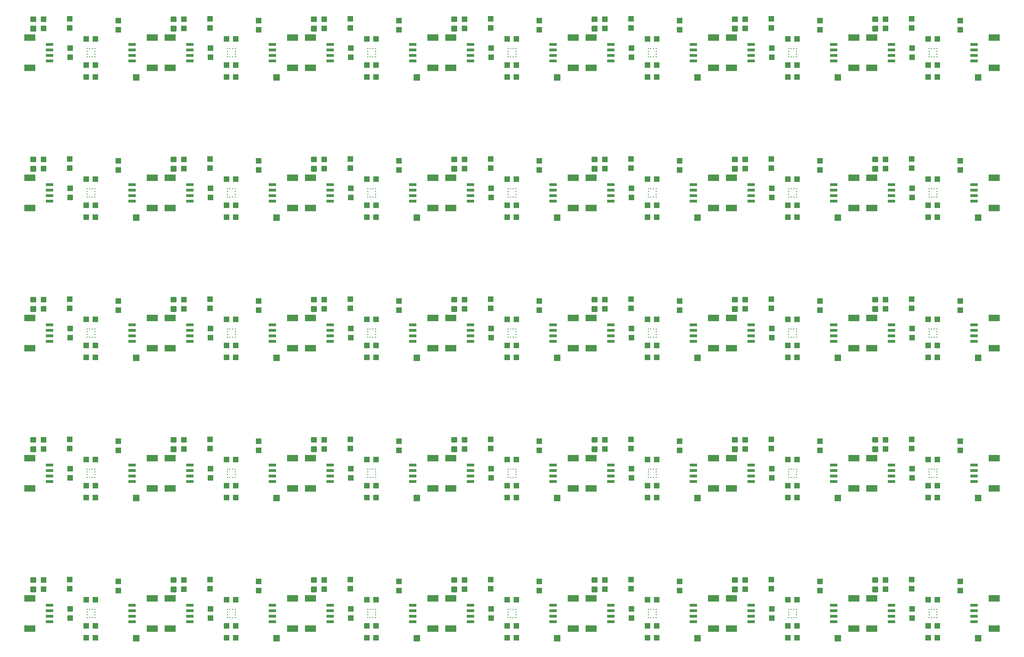
<source format=gtp>
G04 EAGLE Gerber RS-274X export*
G75*
%MOMM*%
%FSLAX34Y34*%
%LPD*%
%INSolderpaste Top*%
%IPPOS*%
%AMOC8*
5,1,8,0,0,1.08239X$1,22.5*%
G01*
%ADD10R,1.270000X1.206500*%
%ADD11R,2.000000X1.200000*%
%ADD12R,1.350000X0.600000*%
%ADD13R,1.100000X1.000000*%
%ADD14R,1.000000X1.100000*%
%ADD15C,0.300000*%
%ADD16R,0.275000X0.250000*%
%ADD17R,0.250000X0.275000*%


D10*
X210185Y81598D03*
X469265Y81598D03*
X728345Y81598D03*
X987425Y81598D03*
X1246505Y81598D03*
X1505585Y81598D03*
X1764665Y81598D03*
X210185Y340678D03*
X469265Y340678D03*
X728345Y340678D03*
X987425Y340678D03*
X1246505Y340678D03*
X1505585Y340678D03*
X1764665Y340678D03*
X210185Y599758D03*
X469265Y599758D03*
X728345Y599758D03*
X987425Y599758D03*
X1246505Y599758D03*
X1505585Y599758D03*
X1764665Y599758D03*
X210185Y858838D03*
X469265Y858838D03*
X728345Y858838D03*
X987425Y858838D03*
X1246505Y858838D03*
X1505585Y858838D03*
X1764665Y858838D03*
X210185Y1117918D03*
X469265Y1117918D03*
X728345Y1117918D03*
X987425Y1117918D03*
X1246505Y1117918D03*
X1505585Y1117918D03*
X1764665Y1117918D03*
D11*
X14050Y155000D03*
X14050Y99000D03*
D12*
X50800Y142000D03*
X50800Y132000D03*
X50800Y122000D03*
X50800Y112000D03*
D13*
X135500Y104140D03*
X118500Y104140D03*
D11*
X239950Y99000D03*
X239950Y155000D03*
D12*
X203200Y112000D03*
X203200Y122000D03*
X203200Y132000D03*
X203200Y142000D03*
D14*
X39370Y171840D03*
X39370Y188840D03*
D15*
X23820Y185610D02*
X16820Y185610D01*
X16820Y192610D01*
X23820Y192610D01*
X23820Y185610D01*
X23820Y188460D02*
X16820Y188460D01*
X16820Y191310D02*
X23820Y191310D01*
X23820Y168070D02*
X16820Y168070D01*
X16820Y175070D01*
X23820Y175070D01*
X23820Y168070D01*
X23820Y170920D02*
X16820Y170920D01*
X16820Y173770D02*
X23820Y173770D01*
D14*
X87630Y173110D03*
X87630Y190110D03*
X177800Y169300D03*
X177800Y186300D03*
D13*
X135500Y152400D03*
X118500Y152400D03*
D14*
X88900Y135500D03*
X88900Y118500D03*
D13*
X118500Y82550D03*
X135500Y82550D03*
D16*
X134500Y124500D03*
X134500Y129500D03*
X119500Y129500D03*
X119500Y124500D03*
D17*
X134500Y134625D03*
X129500Y134625D03*
X124500Y134625D03*
X119500Y134625D03*
X119500Y119375D03*
X124500Y119375D03*
X129500Y119375D03*
X134500Y119375D03*
D11*
X273130Y155000D03*
X273130Y99000D03*
D12*
X309880Y142000D03*
X309880Y132000D03*
X309880Y122000D03*
X309880Y112000D03*
D13*
X394580Y104140D03*
X377580Y104140D03*
D11*
X499030Y99000D03*
X499030Y155000D03*
D12*
X462280Y112000D03*
X462280Y122000D03*
X462280Y132000D03*
X462280Y142000D03*
D14*
X298450Y171840D03*
X298450Y188840D03*
D15*
X282900Y185610D02*
X275900Y185610D01*
X275900Y192610D01*
X282900Y192610D01*
X282900Y185610D01*
X282900Y188460D02*
X275900Y188460D01*
X275900Y191310D02*
X282900Y191310D01*
X282900Y168070D02*
X275900Y168070D01*
X275900Y175070D01*
X282900Y175070D01*
X282900Y168070D01*
X282900Y170920D02*
X275900Y170920D01*
X275900Y173770D02*
X282900Y173770D01*
D14*
X346710Y173110D03*
X346710Y190110D03*
X436880Y169300D03*
X436880Y186300D03*
D13*
X394580Y152400D03*
X377580Y152400D03*
D14*
X347980Y135500D03*
X347980Y118500D03*
D13*
X377580Y82550D03*
X394580Y82550D03*
D16*
X393580Y124500D03*
X393580Y129500D03*
X378580Y129500D03*
X378580Y124500D03*
D17*
X393580Y134625D03*
X388580Y134625D03*
X383580Y134625D03*
X378580Y134625D03*
X378580Y119375D03*
X383580Y119375D03*
X388580Y119375D03*
X393580Y119375D03*
D11*
X532210Y155000D03*
X532210Y99000D03*
D12*
X568960Y142000D03*
X568960Y132000D03*
X568960Y122000D03*
X568960Y112000D03*
D13*
X653660Y104140D03*
X636660Y104140D03*
D11*
X758110Y99000D03*
X758110Y155000D03*
D12*
X721360Y112000D03*
X721360Y122000D03*
X721360Y132000D03*
X721360Y142000D03*
D14*
X557530Y171840D03*
X557530Y188840D03*
D15*
X541980Y185610D02*
X534980Y185610D01*
X534980Y192610D01*
X541980Y192610D01*
X541980Y185610D01*
X541980Y188460D02*
X534980Y188460D01*
X534980Y191310D02*
X541980Y191310D01*
X541980Y168070D02*
X534980Y168070D01*
X534980Y175070D01*
X541980Y175070D01*
X541980Y168070D01*
X541980Y170920D02*
X534980Y170920D01*
X534980Y173770D02*
X541980Y173770D01*
D14*
X605790Y173110D03*
X605790Y190110D03*
X695960Y169300D03*
X695960Y186300D03*
D13*
X653660Y152400D03*
X636660Y152400D03*
D14*
X607060Y135500D03*
X607060Y118500D03*
D13*
X636660Y82550D03*
X653660Y82550D03*
D16*
X652660Y124500D03*
X652660Y129500D03*
X637660Y129500D03*
X637660Y124500D03*
D17*
X652660Y134625D03*
X647660Y134625D03*
X642660Y134625D03*
X637660Y134625D03*
X637660Y119375D03*
X642660Y119375D03*
X647660Y119375D03*
X652660Y119375D03*
D11*
X791290Y155000D03*
X791290Y99000D03*
D12*
X828040Y142000D03*
X828040Y132000D03*
X828040Y122000D03*
X828040Y112000D03*
D13*
X912740Y104140D03*
X895740Y104140D03*
D11*
X1017190Y99000D03*
X1017190Y155000D03*
D12*
X980440Y112000D03*
X980440Y122000D03*
X980440Y132000D03*
X980440Y142000D03*
D14*
X816610Y171840D03*
X816610Y188840D03*
D15*
X801060Y185610D02*
X794060Y185610D01*
X794060Y192610D01*
X801060Y192610D01*
X801060Y185610D01*
X801060Y188460D02*
X794060Y188460D01*
X794060Y191310D02*
X801060Y191310D01*
X801060Y168070D02*
X794060Y168070D01*
X794060Y175070D01*
X801060Y175070D01*
X801060Y168070D01*
X801060Y170920D02*
X794060Y170920D01*
X794060Y173770D02*
X801060Y173770D01*
D14*
X864870Y173110D03*
X864870Y190110D03*
X955040Y169300D03*
X955040Y186300D03*
D13*
X912740Y152400D03*
X895740Y152400D03*
D14*
X866140Y135500D03*
X866140Y118500D03*
D13*
X895740Y82550D03*
X912740Y82550D03*
D16*
X911740Y124500D03*
X911740Y129500D03*
X896740Y129500D03*
X896740Y124500D03*
D17*
X911740Y134625D03*
X906740Y134625D03*
X901740Y134625D03*
X896740Y134625D03*
X896740Y119375D03*
X901740Y119375D03*
X906740Y119375D03*
X911740Y119375D03*
D11*
X1050370Y155000D03*
X1050370Y99000D03*
D12*
X1087120Y142000D03*
X1087120Y132000D03*
X1087120Y122000D03*
X1087120Y112000D03*
D13*
X1171820Y104140D03*
X1154820Y104140D03*
D11*
X1276270Y99000D03*
X1276270Y155000D03*
D12*
X1239520Y112000D03*
X1239520Y122000D03*
X1239520Y132000D03*
X1239520Y142000D03*
D14*
X1075690Y171840D03*
X1075690Y188840D03*
D15*
X1060140Y185610D02*
X1053140Y185610D01*
X1053140Y192610D01*
X1060140Y192610D01*
X1060140Y185610D01*
X1060140Y188460D02*
X1053140Y188460D01*
X1053140Y191310D02*
X1060140Y191310D01*
X1060140Y168070D02*
X1053140Y168070D01*
X1053140Y175070D01*
X1060140Y175070D01*
X1060140Y168070D01*
X1060140Y170920D02*
X1053140Y170920D01*
X1053140Y173770D02*
X1060140Y173770D01*
D14*
X1123950Y173110D03*
X1123950Y190110D03*
X1214120Y169300D03*
X1214120Y186300D03*
D13*
X1171820Y152400D03*
X1154820Y152400D03*
D14*
X1125220Y135500D03*
X1125220Y118500D03*
D13*
X1154820Y82550D03*
X1171820Y82550D03*
D16*
X1170820Y124500D03*
X1170820Y129500D03*
X1155820Y129500D03*
X1155820Y124500D03*
D17*
X1170820Y134625D03*
X1165820Y134625D03*
X1160820Y134625D03*
X1155820Y134625D03*
X1155820Y119375D03*
X1160820Y119375D03*
X1165820Y119375D03*
X1170820Y119375D03*
D11*
X1309450Y155000D03*
X1309450Y99000D03*
D12*
X1346200Y142000D03*
X1346200Y132000D03*
X1346200Y122000D03*
X1346200Y112000D03*
D13*
X1430900Y104140D03*
X1413900Y104140D03*
D11*
X1535350Y99000D03*
X1535350Y155000D03*
D12*
X1498600Y112000D03*
X1498600Y122000D03*
X1498600Y132000D03*
X1498600Y142000D03*
D14*
X1334770Y171840D03*
X1334770Y188840D03*
D15*
X1319220Y185610D02*
X1312220Y185610D01*
X1312220Y192610D01*
X1319220Y192610D01*
X1319220Y185610D01*
X1319220Y188460D02*
X1312220Y188460D01*
X1312220Y191310D02*
X1319220Y191310D01*
X1319220Y168070D02*
X1312220Y168070D01*
X1312220Y175070D01*
X1319220Y175070D01*
X1319220Y168070D01*
X1319220Y170920D02*
X1312220Y170920D01*
X1312220Y173770D02*
X1319220Y173770D01*
D14*
X1383030Y173110D03*
X1383030Y190110D03*
X1473200Y169300D03*
X1473200Y186300D03*
D13*
X1430900Y152400D03*
X1413900Y152400D03*
D14*
X1384300Y135500D03*
X1384300Y118500D03*
D13*
X1413900Y82550D03*
X1430900Y82550D03*
D16*
X1429900Y124500D03*
X1429900Y129500D03*
X1414900Y129500D03*
X1414900Y124500D03*
D17*
X1429900Y134625D03*
X1424900Y134625D03*
X1419900Y134625D03*
X1414900Y134625D03*
X1414900Y119375D03*
X1419900Y119375D03*
X1424900Y119375D03*
X1429900Y119375D03*
D11*
X1568530Y155000D03*
X1568530Y99000D03*
D12*
X1605280Y142000D03*
X1605280Y132000D03*
X1605280Y122000D03*
X1605280Y112000D03*
D13*
X1689980Y104140D03*
X1672980Y104140D03*
D11*
X1794430Y99000D03*
X1794430Y155000D03*
D12*
X1757680Y112000D03*
X1757680Y122000D03*
X1757680Y132000D03*
X1757680Y142000D03*
D14*
X1593850Y171840D03*
X1593850Y188840D03*
D15*
X1578300Y185610D02*
X1571300Y185610D01*
X1571300Y192610D01*
X1578300Y192610D01*
X1578300Y185610D01*
X1578300Y188460D02*
X1571300Y188460D01*
X1571300Y191310D02*
X1578300Y191310D01*
X1578300Y168070D02*
X1571300Y168070D01*
X1571300Y175070D01*
X1578300Y175070D01*
X1578300Y168070D01*
X1578300Y170920D02*
X1571300Y170920D01*
X1571300Y173770D02*
X1578300Y173770D01*
D14*
X1642110Y173110D03*
X1642110Y190110D03*
X1732280Y169300D03*
X1732280Y186300D03*
D13*
X1689980Y152400D03*
X1672980Y152400D03*
D14*
X1643380Y135500D03*
X1643380Y118500D03*
D13*
X1672980Y82550D03*
X1689980Y82550D03*
D16*
X1688980Y124500D03*
X1688980Y129500D03*
X1673980Y129500D03*
X1673980Y124500D03*
D17*
X1688980Y134625D03*
X1683980Y134625D03*
X1678980Y134625D03*
X1673980Y134625D03*
X1673980Y119375D03*
X1678980Y119375D03*
X1683980Y119375D03*
X1688980Y119375D03*
D11*
X14050Y414080D03*
X14050Y358080D03*
D12*
X50800Y401080D03*
X50800Y391080D03*
X50800Y381080D03*
X50800Y371080D03*
D13*
X135500Y363220D03*
X118500Y363220D03*
D11*
X239950Y358080D03*
X239950Y414080D03*
D12*
X203200Y371080D03*
X203200Y381080D03*
X203200Y391080D03*
X203200Y401080D03*
D14*
X39370Y430920D03*
X39370Y447920D03*
D15*
X23820Y444690D02*
X16820Y444690D01*
X16820Y451690D01*
X23820Y451690D01*
X23820Y444690D01*
X23820Y447540D02*
X16820Y447540D01*
X16820Y450390D02*
X23820Y450390D01*
X23820Y427150D02*
X16820Y427150D01*
X16820Y434150D01*
X23820Y434150D01*
X23820Y427150D01*
X23820Y430000D02*
X16820Y430000D01*
X16820Y432850D02*
X23820Y432850D01*
D14*
X87630Y432190D03*
X87630Y449190D03*
X177800Y428380D03*
X177800Y445380D03*
D13*
X135500Y411480D03*
X118500Y411480D03*
D14*
X88900Y394580D03*
X88900Y377580D03*
D13*
X118500Y341630D03*
X135500Y341630D03*
D16*
X134500Y383580D03*
X134500Y388580D03*
X119500Y388580D03*
X119500Y383580D03*
D17*
X134500Y393705D03*
X129500Y393705D03*
X124500Y393705D03*
X119500Y393705D03*
X119500Y378455D03*
X124500Y378455D03*
X129500Y378455D03*
X134500Y378455D03*
D11*
X273130Y414080D03*
X273130Y358080D03*
D12*
X309880Y401080D03*
X309880Y391080D03*
X309880Y381080D03*
X309880Y371080D03*
D13*
X394580Y363220D03*
X377580Y363220D03*
D11*
X499030Y358080D03*
X499030Y414080D03*
D12*
X462280Y371080D03*
X462280Y381080D03*
X462280Y391080D03*
X462280Y401080D03*
D14*
X298450Y430920D03*
X298450Y447920D03*
D15*
X282900Y444690D02*
X275900Y444690D01*
X275900Y451690D01*
X282900Y451690D01*
X282900Y444690D01*
X282900Y447540D02*
X275900Y447540D01*
X275900Y450390D02*
X282900Y450390D01*
X282900Y427150D02*
X275900Y427150D01*
X275900Y434150D01*
X282900Y434150D01*
X282900Y427150D01*
X282900Y430000D02*
X275900Y430000D01*
X275900Y432850D02*
X282900Y432850D01*
D14*
X346710Y432190D03*
X346710Y449190D03*
X436880Y428380D03*
X436880Y445380D03*
D13*
X394580Y411480D03*
X377580Y411480D03*
D14*
X347980Y394580D03*
X347980Y377580D03*
D13*
X377580Y341630D03*
X394580Y341630D03*
D16*
X393580Y383580D03*
X393580Y388580D03*
X378580Y388580D03*
X378580Y383580D03*
D17*
X393580Y393705D03*
X388580Y393705D03*
X383580Y393705D03*
X378580Y393705D03*
X378580Y378455D03*
X383580Y378455D03*
X388580Y378455D03*
X393580Y378455D03*
D11*
X532210Y414080D03*
X532210Y358080D03*
D12*
X568960Y401080D03*
X568960Y391080D03*
X568960Y381080D03*
X568960Y371080D03*
D13*
X653660Y363220D03*
X636660Y363220D03*
D11*
X758110Y358080D03*
X758110Y414080D03*
D12*
X721360Y371080D03*
X721360Y381080D03*
X721360Y391080D03*
X721360Y401080D03*
D14*
X557530Y430920D03*
X557530Y447920D03*
D15*
X541980Y444690D02*
X534980Y444690D01*
X534980Y451690D01*
X541980Y451690D01*
X541980Y444690D01*
X541980Y447540D02*
X534980Y447540D01*
X534980Y450390D02*
X541980Y450390D01*
X541980Y427150D02*
X534980Y427150D01*
X534980Y434150D01*
X541980Y434150D01*
X541980Y427150D01*
X541980Y430000D02*
X534980Y430000D01*
X534980Y432850D02*
X541980Y432850D01*
D14*
X605790Y432190D03*
X605790Y449190D03*
X695960Y428380D03*
X695960Y445380D03*
D13*
X653660Y411480D03*
X636660Y411480D03*
D14*
X607060Y394580D03*
X607060Y377580D03*
D13*
X636660Y341630D03*
X653660Y341630D03*
D16*
X652660Y383580D03*
X652660Y388580D03*
X637660Y388580D03*
X637660Y383580D03*
D17*
X652660Y393705D03*
X647660Y393705D03*
X642660Y393705D03*
X637660Y393705D03*
X637660Y378455D03*
X642660Y378455D03*
X647660Y378455D03*
X652660Y378455D03*
D11*
X791290Y414080D03*
X791290Y358080D03*
D12*
X828040Y401080D03*
X828040Y391080D03*
X828040Y381080D03*
X828040Y371080D03*
D13*
X912740Y363220D03*
X895740Y363220D03*
D11*
X1017190Y358080D03*
X1017190Y414080D03*
D12*
X980440Y371080D03*
X980440Y381080D03*
X980440Y391080D03*
X980440Y401080D03*
D14*
X816610Y430920D03*
X816610Y447920D03*
D15*
X801060Y444690D02*
X794060Y444690D01*
X794060Y451690D01*
X801060Y451690D01*
X801060Y444690D01*
X801060Y447540D02*
X794060Y447540D01*
X794060Y450390D02*
X801060Y450390D01*
X801060Y427150D02*
X794060Y427150D01*
X794060Y434150D01*
X801060Y434150D01*
X801060Y427150D01*
X801060Y430000D02*
X794060Y430000D01*
X794060Y432850D02*
X801060Y432850D01*
D14*
X864870Y432190D03*
X864870Y449190D03*
X955040Y428380D03*
X955040Y445380D03*
D13*
X912740Y411480D03*
X895740Y411480D03*
D14*
X866140Y394580D03*
X866140Y377580D03*
D13*
X895740Y341630D03*
X912740Y341630D03*
D16*
X911740Y383580D03*
X911740Y388580D03*
X896740Y388580D03*
X896740Y383580D03*
D17*
X911740Y393705D03*
X906740Y393705D03*
X901740Y393705D03*
X896740Y393705D03*
X896740Y378455D03*
X901740Y378455D03*
X906740Y378455D03*
X911740Y378455D03*
D11*
X1050370Y414080D03*
X1050370Y358080D03*
D12*
X1087120Y401080D03*
X1087120Y391080D03*
X1087120Y381080D03*
X1087120Y371080D03*
D13*
X1171820Y363220D03*
X1154820Y363220D03*
D11*
X1276270Y358080D03*
X1276270Y414080D03*
D12*
X1239520Y371080D03*
X1239520Y381080D03*
X1239520Y391080D03*
X1239520Y401080D03*
D14*
X1075690Y430920D03*
X1075690Y447920D03*
D15*
X1060140Y444690D02*
X1053140Y444690D01*
X1053140Y451690D01*
X1060140Y451690D01*
X1060140Y444690D01*
X1060140Y447540D02*
X1053140Y447540D01*
X1053140Y450390D02*
X1060140Y450390D01*
X1060140Y427150D02*
X1053140Y427150D01*
X1053140Y434150D01*
X1060140Y434150D01*
X1060140Y427150D01*
X1060140Y430000D02*
X1053140Y430000D01*
X1053140Y432850D02*
X1060140Y432850D01*
D14*
X1123950Y432190D03*
X1123950Y449190D03*
X1214120Y428380D03*
X1214120Y445380D03*
D13*
X1171820Y411480D03*
X1154820Y411480D03*
D14*
X1125220Y394580D03*
X1125220Y377580D03*
D13*
X1154820Y341630D03*
X1171820Y341630D03*
D16*
X1170820Y383580D03*
X1170820Y388580D03*
X1155820Y388580D03*
X1155820Y383580D03*
D17*
X1170820Y393705D03*
X1165820Y393705D03*
X1160820Y393705D03*
X1155820Y393705D03*
X1155820Y378455D03*
X1160820Y378455D03*
X1165820Y378455D03*
X1170820Y378455D03*
D11*
X1309450Y414080D03*
X1309450Y358080D03*
D12*
X1346200Y401080D03*
X1346200Y391080D03*
X1346200Y381080D03*
X1346200Y371080D03*
D13*
X1430900Y363220D03*
X1413900Y363220D03*
D11*
X1535350Y358080D03*
X1535350Y414080D03*
D12*
X1498600Y371080D03*
X1498600Y381080D03*
X1498600Y391080D03*
X1498600Y401080D03*
D14*
X1334770Y430920D03*
X1334770Y447920D03*
D15*
X1319220Y444690D02*
X1312220Y444690D01*
X1312220Y451690D01*
X1319220Y451690D01*
X1319220Y444690D01*
X1319220Y447540D02*
X1312220Y447540D01*
X1312220Y450390D02*
X1319220Y450390D01*
X1319220Y427150D02*
X1312220Y427150D01*
X1312220Y434150D01*
X1319220Y434150D01*
X1319220Y427150D01*
X1319220Y430000D02*
X1312220Y430000D01*
X1312220Y432850D02*
X1319220Y432850D01*
D14*
X1383030Y432190D03*
X1383030Y449190D03*
X1473200Y428380D03*
X1473200Y445380D03*
D13*
X1430900Y411480D03*
X1413900Y411480D03*
D14*
X1384300Y394580D03*
X1384300Y377580D03*
D13*
X1413900Y341630D03*
X1430900Y341630D03*
D16*
X1429900Y383580D03*
X1429900Y388580D03*
X1414900Y388580D03*
X1414900Y383580D03*
D17*
X1429900Y393705D03*
X1424900Y393705D03*
X1419900Y393705D03*
X1414900Y393705D03*
X1414900Y378455D03*
X1419900Y378455D03*
X1424900Y378455D03*
X1429900Y378455D03*
D11*
X1568530Y414080D03*
X1568530Y358080D03*
D12*
X1605280Y401080D03*
X1605280Y391080D03*
X1605280Y381080D03*
X1605280Y371080D03*
D13*
X1689980Y363220D03*
X1672980Y363220D03*
D11*
X1794430Y358080D03*
X1794430Y414080D03*
D12*
X1757680Y371080D03*
X1757680Y381080D03*
X1757680Y391080D03*
X1757680Y401080D03*
D14*
X1593850Y430920D03*
X1593850Y447920D03*
D15*
X1578300Y444690D02*
X1571300Y444690D01*
X1571300Y451690D01*
X1578300Y451690D01*
X1578300Y444690D01*
X1578300Y447540D02*
X1571300Y447540D01*
X1571300Y450390D02*
X1578300Y450390D01*
X1578300Y427150D02*
X1571300Y427150D01*
X1571300Y434150D01*
X1578300Y434150D01*
X1578300Y427150D01*
X1578300Y430000D02*
X1571300Y430000D01*
X1571300Y432850D02*
X1578300Y432850D01*
D14*
X1642110Y432190D03*
X1642110Y449190D03*
X1732280Y428380D03*
X1732280Y445380D03*
D13*
X1689980Y411480D03*
X1672980Y411480D03*
D14*
X1643380Y394580D03*
X1643380Y377580D03*
D13*
X1672980Y341630D03*
X1689980Y341630D03*
D16*
X1688980Y383580D03*
X1688980Y388580D03*
X1673980Y388580D03*
X1673980Y383580D03*
D17*
X1688980Y393705D03*
X1683980Y393705D03*
X1678980Y393705D03*
X1673980Y393705D03*
X1673980Y378455D03*
X1678980Y378455D03*
X1683980Y378455D03*
X1688980Y378455D03*
D11*
X14050Y673160D03*
X14050Y617160D03*
D12*
X50800Y660160D03*
X50800Y650160D03*
X50800Y640160D03*
X50800Y630160D03*
D13*
X135500Y622300D03*
X118500Y622300D03*
D11*
X239950Y617160D03*
X239950Y673160D03*
D12*
X203200Y630160D03*
X203200Y640160D03*
X203200Y650160D03*
X203200Y660160D03*
D14*
X39370Y690000D03*
X39370Y707000D03*
D15*
X23820Y703770D02*
X16820Y703770D01*
X16820Y710770D01*
X23820Y710770D01*
X23820Y703770D01*
X23820Y706620D02*
X16820Y706620D01*
X16820Y709470D02*
X23820Y709470D01*
X23820Y686230D02*
X16820Y686230D01*
X16820Y693230D01*
X23820Y693230D01*
X23820Y686230D01*
X23820Y689080D02*
X16820Y689080D01*
X16820Y691930D02*
X23820Y691930D01*
D14*
X87630Y691270D03*
X87630Y708270D03*
X177800Y687460D03*
X177800Y704460D03*
D13*
X135500Y670560D03*
X118500Y670560D03*
D14*
X88900Y653660D03*
X88900Y636660D03*
D13*
X118500Y600710D03*
X135500Y600710D03*
D16*
X134500Y642660D03*
X134500Y647660D03*
X119500Y647660D03*
X119500Y642660D03*
D17*
X134500Y652785D03*
X129500Y652785D03*
X124500Y652785D03*
X119500Y652785D03*
X119500Y637535D03*
X124500Y637535D03*
X129500Y637535D03*
X134500Y637535D03*
D11*
X273130Y673160D03*
X273130Y617160D03*
D12*
X309880Y660160D03*
X309880Y650160D03*
X309880Y640160D03*
X309880Y630160D03*
D13*
X394580Y622300D03*
X377580Y622300D03*
D11*
X499030Y617160D03*
X499030Y673160D03*
D12*
X462280Y630160D03*
X462280Y640160D03*
X462280Y650160D03*
X462280Y660160D03*
D14*
X298450Y690000D03*
X298450Y707000D03*
D15*
X282900Y703770D02*
X275900Y703770D01*
X275900Y710770D01*
X282900Y710770D01*
X282900Y703770D01*
X282900Y706620D02*
X275900Y706620D01*
X275900Y709470D02*
X282900Y709470D01*
X282900Y686230D02*
X275900Y686230D01*
X275900Y693230D01*
X282900Y693230D01*
X282900Y686230D01*
X282900Y689080D02*
X275900Y689080D01*
X275900Y691930D02*
X282900Y691930D01*
D14*
X346710Y691270D03*
X346710Y708270D03*
X436880Y687460D03*
X436880Y704460D03*
D13*
X394580Y670560D03*
X377580Y670560D03*
D14*
X347980Y653660D03*
X347980Y636660D03*
D13*
X377580Y600710D03*
X394580Y600710D03*
D16*
X393580Y642660D03*
X393580Y647660D03*
X378580Y647660D03*
X378580Y642660D03*
D17*
X393580Y652785D03*
X388580Y652785D03*
X383580Y652785D03*
X378580Y652785D03*
X378580Y637535D03*
X383580Y637535D03*
X388580Y637535D03*
X393580Y637535D03*
D11*
X532210Y673160D03*
X532210Y617160D03*
D12*
X568960Y660160D03*
X568960Y650160D03*
X568960Y640160D03*
X568960Y630160D03*
D13*
X653660Y622300D03*
X636660Y622300D03*
D11*
X758110Y617160D03*
X758110Y673160D03*
D12*
X721360Y630160D03*
X721360Y640160D03*
X721360Y650160D03*
X721360Y660160D03*
D14*
X557530Y690000D03*
X557530Y707000D03*
D15*
X541980Y703770D02*
X534980Y703770D01*
X534980Y710770D01*
X541980Y710770D01*
X541980Y703770D01*
X541980Y706620D02*
X534980Y706620D01*
X534980Y709470D02*
X541980Y709470D01*
X541980Y686230D02*
X534980Y686230D01*
X534980Y693230D01*
X541980Y693230D01*
X541980Y686230D01*
X541980Y689080D02*
X534980Y689080D01*
X534980Y691930D02*
X541980Y691930D01*
D14*
X605790Y691270D03*
X605790Y708270D03*
X695960Y687460D03*
X695960Y704460D03*
D13*
X653660Y670560D03*
X636660Y670560D03*
D14*
X607060Y653660D03*
X607060Y636660D03*
D13*
X636660Y600710D03*
X653660Y600710D03*
D16*
X652660Y642660D03*
X652660Y647660D03*
X637660Y647660D03*
X637660Y642660D03*
D17*
X652660Y652785D03*
X647660Y652785D03*
X642660Y652785D03*
X637660Y652785D03*
X637660Y637535D03*
X642660Y637535D03*
X647660Y637535D03*
X652660Y637535D03*
D11*
X791290Y673160D03*
X791290Y617160D03*
D12*
X828040Y660160D03*
X828040Y650160D03*
X828040Y640160D03*
X828040Y630160D03*
D13*
X912740Y622300D03*
X895740Y622300D03*
D11*
X1017190Y617160D03*
X1017190Y673160D03*
D12*
X980440Y630160D03*
X980440Y640160D03*
X980440Y650160D03*
X980440Y660160D03*
D14*
X816610Y690000D03*
X816610Y707000D03*
D15*
X801060Y703770D02*
X794060Y703770D01*
X794060Y710770D01*
X801060Y710770D01*
X801060Y703770D01*
X801060Y706620D02*
X794060Y706620D01*
X794060Y709470D02*
X801060Y709470D01*
X801060Y686230D02*
X794060Y686230D01*
X794060Y693230D01*
X801060Y693230D01*
X801060Y686230D01*
X801060Y689080D02*
X794060Y689080D01*
X794060Y691930D02*
X801060Y691930D01*
D14*
X864870Y691270D03*
X864870Y708270D03*
X955040Y687460D03*
X955040Y704460D03*
D13*
X912740Y670560D03*
X895740Y670560D03*
D14*
X866140Y653660D03*
X866140Y636660D03*
D13*
X895740Y600710D03*
X912740Y600710D03*
D16*
X911740Y642660D03*
X911740Y647660D03*
X896740Y647660D03*
X896740Y642660D03*
D17*
X911740Y652785D03*
X906740Y652785D03*
X901740Y652785D03*
X896740Y652785D03*
X896740Y637535D03*
X901740Y637535D03*
X906740Y637535D03*
X911740Y637535D03*
D11*
X1050370Y673160D03*
X1050370Y617160D03*
D12*
X1087120Y660160D03*
X1087120Y650160D03*
X1087120Y640160D03*
X1087120Y630160D03*
D13*
X1171820Y622300D03*
X1154820Y622300D03*
D11*
X1276270Y617160D03*
X1276270Y673160D03*
D12*
X1239520Y630160D03*
X1239520Y640160D03*
X1239520Y650160D03*
X1239520Y660160D03*
D14*
X1075690Y690000D03*
X1075690Y707000D03*
D15*
X1060140Y703770D02*
X1053140Y703770D01*
X1053140Y710770D01*
X1060140Y710770D01*
X1060140Y703770D01*
X1060140Y706620D02*
X1053140Y706620D01*
X1053140Y709470D02*
X1060140Y709470D01*
X1060140Y686230D02*
X1053140Y686230D01*
X1053140Y693230D01*
X1060140Y693230D01*
X1060140Y686230D01*
X1060140Y689080D02*
X1053140Y689080D01*
X1053140Y691930D02*
X1060140Y691930D01*
D14*
X1123950Y691270D03*
X1123950Y708270D03*
X1214120Y687460D03*
X1214120Y704460D03*
D13*
X1171820Y670560D03*
X1154820Y670560D03*
D14*
X1125220Y653660D03*
X1125220Y636660D03*
D13*
X1154820Y600710D03*
X1171820Y600710D03*
D16*
X1170820Y642660D03*
X1170820Y647660D03*
X1155820Y647660D03*
X1155820Y642660D03*
D17*
X1170820Y652785D03*
X1165820Y652785D03*
X1160820Y652785D03*
X1155820Y652785D03*
X1155820Y637535D03*
X1160820Y637535D03*
X1165820Y637535D03*
X1170820Y637535D03*
D11*
X1309450Y673160D03*
X1309450Y617160D03*
D12*
X1346200Y660160D03*
X1346200Y650160D03*
X1346200Y640160D03*
X1346200Y630160D03*
D13*
X1430900Y622300D03*
X1413900Y622300D03*
D11*
X1535350Y617160D03*
X1535350Y673160D03*
D12*
X1498600Y630160D03*
X1498600Y640160D03*
X1498600Y650160D03*
X1498600Y660160D03*
D14*
X1334770Y690000D03*
X1334770Y707000D03*
D15*
X1319220Y703770D02*
X1312220Y703770D01*
X1312220Y710770D01*
X1319220Y710770D01*
X1319220Y703770D01*
X1319220Y706620D02*
X1312220Y706620D01*
X1312220Y709470D02*
X1319220Y709470D01*
X1319220Y686230D02*
X1312220Y686230D01*
X1312220Y693230D01*
X1319220Y693230D01*
X1319220Y686230D01*
X1319220Y689080D02*
X1312220Y689080D01*
X1312220Y691930D02*
X1319220Y691930D01*
D14*
X1383030Y691270D03*
X1383030Y708270D03*
X1473200Y687460D03*
X1473200Y704460D03*
D13*
X1430900Y670560D03*
X1413900Y670560D03*
D14*
X1384300Y653660D03*
X1384300Y636660D03*
D13*
X1413900Y600710D03*
X1430900Y600710D03*
D16*
X1429900Y642660D03*
X1429900Y647660D03*
X1414900Y647660D03*
X1414900Y642660D03*
D17*
X1429900Y652785D03*
X1424900Y652785D03*
X1419900Y652785D03*
X1414900Y652785D03*
X1414900Y637535D03*
X1419900Y637535D03*
X1424900Y637535D03*
X1429900Y637535D03*
D11*
X1568530Y673160D03*
X1568530Y617160D03*
D12*
X1605280Y660160D03*
X1605280Y650160D03*
X1605280Y640160D03*
X1605280Y630160D03*
D13*
X1689980Y622300D03*
X1672980Y622300D03*
D11*
X1794430Y617160D03*
X1794430Y673160D03*
D12*
X1757680Y630160D03*
X1757680Y640160D03*
X1757680Y650160D03*
X1757680Y660160D03*
D14*
X1593850Y690000D03*
X1593850Y707000D03*
D15*
X1578300Y703770D02*
X1571300Y703770D01*
X1571300Y710770D01*
X1578300Y710770D01*
X1578300Y703770D01*
X1578300Y706620D02*
X1571300Y706620D01*
X1571300Y709470D02*
X1578300Y709470D01*
X1578300Y686230D02*
X1571300Y686230D01*
X1571300Y693230D01*
X1578300Y693230D01*
X1578300Y686230D01*
X1578300Y689080D02*
X1571300Y689080D01*
X1571300Y691930D02*
X1578300Y691930D01*
D14*
X1642110Y691270D03*
X1642110Y708270D03*
X1732280Y687460D03*
X1732280Y704460D03*
D13*
X1689980Y670560D03*
X1672980Y670560D03*
D14*
X1643380Y653660D03*
X1643380Y636660D03*
D13*
X1672980Y600710D03*
X1689980Y600710D03*
D16*
X1688980Y642660D03*
X1688980Y647660D03*
X1673980Y647660D03*
X1673980Y642660D03*
D17*
X1688980Y652785D03*
X1683980Y652785D03*
X1678980Y652785D03*
X1673980Y652785D03*
X1673980Y637535D03*
X1678980Y637535D03*
X1683980Y637535D03*
X1688980Y637535D03*
D11*
X14050Y932240D03*
X14050Y876240D03*
D12*
X50800Y919240D03*
X50800Y909240D03*
X50800Y899240D03*
X50800Y889240D03*
D13*
X135500Y881380D03*
X118500Y881380D03*
D11*
X239950Y876240D03*
X239950Y932240D03*
D12*
X203200Y889240D03*
X203200Y899240D03*
X203200Y909240D03*
X203200Y919240D03*
D14*
X39370Y949080D03*
X39370Y966080D03*
D15*
X23820Y962850D02*
X16820Y962850D01*
X16820Y969850D01*
X23820Y969850D01*
X23820Y962850D01*
X23820Y965700D02*
X16820Y965700D01*
X16820Y968550D02*
X23820Y968550D01*
X23820Y945310D02*
X16820Y945310D01*
X16820Y952310D01*
X23820Y952310D01*
X23820Y945310D01*
X23820Y948160D02*
X16820Y948160D01*
X16820Y951010D02*
X23820Y951010D01*
D14*
X87630Y950350D03*
X87630Y967350D03*
X177800Y946540D03*
X177800Y963540D03*
D13*
X135500Y929640D03*
X118500Y929640D03*
D14*
X88900Y912740D03*
X88900Y895740D03*
D13*
X118500Y859790D03*
X135500Y859790D03*
D16*
X134500Y901740D03*
X134500Y906740D03*
X119500Y906740D03*
X119500Y901740D03*
D17*
X134500Y911865D03*
X129500Y911865D03*
X124500Y911865D03*
X119500Y911865D03*
X119500Y896615D03*
X124500Y896615D03*
X129500Y896615D03*
X134500Y896615D03*
D11*
X273130Y932240D03*
X273130Y876240D03*
D12*
X309880Y919240D03*
X309880Y909240D03*
X309880Y899240D03*
X309880Y889240D03*
D13*
X394580Y881380D03*
X377580Y881380D03*
D11*
X499030Y876240D03*
X499030Y932240D03*
D12*
X462280Y889240D03*
X462280Y899240D03*
X462280Y909240D03*
X462280Y919240D03*
D14*
X298450Y949080D03*
X298450Y966080D03*
D15*
X282900Y962850D02*
X275900Y962850D01*
X275900Y969850D01*
X282900Y969850D01*
X282900Y962850D01*
X282900Y965700D02*
X275900Y965700D01*
X275900Y968550D02*
X282900Y968550D01*
X282900Y945310D02*
X275900Y945310D01*
X275900Y952310D01*
X282900Y952310D01*
X282900Y945310D01*
X282900Y948160D02*
X275900Y948160D01*
X275900Y951010D02*
X282900Y951010D01*
D14*
X346710Y950350D03*
X346710Y967350D03*
X436880Y946540D03*
X436880Y963540D03*
D13*
X394580Y929640D03*
X377580Y929640D03*
D14*
X347980Y912740D03*
X347980Y895740D03*
D13*
X377580Y859790D03*
X394580Y859790D03*
D16*
X393580Y901740D03*
X393580Y906740D03*
X378580Y906740D03*
X378580Y901740D03*
D17*
X393580Y911865D03*
X388580Y911865D03*
X383580Y911865D03*
X378580Y911865D03*
X378580Y896615D03*
X383580Y896615D03*
X388580Y896615D03*
X393580Y896615D03*
D11*
X532210Y932240D03*
X532210Y876240D03*
D12*
X568960Y919240D03*
X568960Y909240D03*
X568960Y899240D03*
X568960Y889240D03*
D13*
X653660Y881380D03*
X636660Y881380D03*
D11*
X758110Y876240D03*
X758110Y932240D03*
D12*
X721360Y889240D03*
X721360Y899240D03*
X721360Y909240D03*
X721360Y919240D03*
D14*
X557530Y949080D03*
X557530Y966080D03*
D15*
X541980Y962850D02*
X534980Y962850D01*
X534980Y969850D01*
X541980Y969850D01*
X541980Y962850D01*
X541980Y965700D02*
X534980Y965700D01*
X534980Y968550D02*
X541980Y968550D01*
X541980Y945310D02*
X534980Y945310D01*
X534980Y952310D01*
X541980Y952310D01*
X541980Y945310D01*
X541980Y948160D02*
X534980Y948160D01*
X534980Y951010D02*
X541980Y951010D01*
D14*
X605790Y950350D03*
X605790Y967350D03*
X695960Y946540D03*
X695960Y963540D03*
D13*
X653660Y929640D03*
X636660Y929640D03*
D14*
X607060Y912740D03*
X607060Y895740D03*
D13*
X636660Y859790D03*
X653660Y859790D03*
D16*
X652660Y901740D03*
X652660Y906740D03*
X637660Y906740D03*
X637660Y901740D03*
D17*
X652660Y911865D03*
X647660Y911865D03*
X642660Y911865D03*
X637660Y911865D03*
X637660Y896615D03*
X642660Y896615D03*
X647660Y896615D03*
X652660Y896615D03*
D11*
X791290Y932240D03*
X791290Y876240D03*
D12*
X828040Y919240D03*
X828040Y909240D03*
X828040Y899240D03*
X828040Y889240D03*
D13*
X912740Y881380D03*
X895740Y881380D03*
D11*
X1017190Y876240D03*
X1017190Y932240D03*
D12*
X980440Y889240D03*
X980440Y899240D03*
X980440Y909240D03*
X980440Y919240D03*
D14*
X816610Y949080D03*
X816610Y966080D03*
D15*
X801060Y962850D02*
X794060Y962850D01*
X794060Y969850D01*
X801060Y969850D01*
X801060Y962850D01*
X801060Y965700D02*
X794060Y965700D01*
X794060Y968550D02*
X801060Y968550D01*
X801060Y945310D02*
X794060Y945310D01*
X794060Y952310D01*
X801060Y952310D01*
X801060Y945310D01*
X801060Y948160D02*
X794060Y948160D01*
X794060Y951010D02*
X801060Y951010D01*
D14*
X864870Y950350D03*
X864870Y967350D03*
X955040Y946540D03*
X955040Y963540D03*
D13*
X912740Y929640D03*
X895740Y929640D03*
D14*
X866140Y912740D03*
X866140Y895740D03*
D13*
X895740Y859790D03*
X912740Y859790D03*
D16*
X911740Y901740D03*
X911740Y906740D03*
X896740Y906740D03*
X896740Y901740D03*
D17*
X911740Y911865D03*
X906740Y911865D03*
X901740Y911865D03*
X896740Y911865D03*
X896740Y896615D03*
X901740Y896615D03*
X906740Y896615D03*
X911740Y896615D03*
D11*
X1050370Y932240D03*
X1050370Y876240D03*
D12*
X1087120Y919240D03*
X1087120Y909240D03*
X1087120Y899240D03*
X1087120Y889240D03*
D13*
X1171820Y881380D03*
X1154820Y881380D03*
D11*
X1276270Y876240D03*
X1276270Y932240D03*
D12*
X1239520Y889240D03*
X1239520Y899240D03*
X1239520Y909240D03*
X1239520Y919240D03*
D14*
X1075690Y949080D03*
X1075690Y966080D03*
D15*
X1060140Y962850D02*
X1053140Y962850D01*
X1053140Y969850D01*
X1060140Y969850D01*
X1060140Y962850D01*
X1060140Y965700D02*
X1053140Y965700D01*
X1053140Y968550D02*
X1060140Y968550D01*
X1060140Y945310D02*
X1053140Y945310D01*
X1053140Y952310D01*
X1060140Y952310D01*
X1060140Y945310D01*
X1060140Y948160D02*
X1053140Y948160D01*
X1053140Y951010D02*
X1060140Y951010D01*
D14*
X1123950Y950350D03*
X1123950Y967350D03*
X1214120Y946540D03*
X1214120Y963540D03*
D13*
X1171820Y929640D03*
X1154820Y929640D03*
D14*
X1125220Y912740D03*
X1125220Y895740D03*
D13*
X1154820Y859790D03*
X1171820Y859790D03*
D16*
X1170820Y901740D03*
X1170820Y906740D03*
X1155820Y906740D03*
X1155820Y901740D03*
D17*
X1170820Y911865D03*
X1165820Y911865D03*
X1160820Y911865D03*
X1155820Y911865D03*
X1155820Y896615D03*
X1160820Y896615D03*
X1165820Y896615D03*
X1170820Y896615D03*
D11*
X1309450Y932240D03*
X1309450Y876240D03*
D12*
X1346200Y919240D03*
X1346200Y909240D03*
X1346200Y899240D03*
X1346200Y889240D03*
D13*
X1430900Y881380D03*
X1413900Y881380D03*
D11*
X1535350Y876240D03*
X1535350Y932240D03*
D12*
X1498600Y889240D03*
X1498600Y899240D03*
X1498600Y909240D03*
X1498600Y919240D03*
D14*
X1334770Y949080D03*
X1334770Y966080D03*
D15*
X1319220Y962850D02*
X1312220Y962850D01*
X1312220Y969850D01*
X1319220Y969850D01*
X1319220Y962850D01*
X1319220Y965700D02*
X1312220Y965700D01*
X1312220Y968550D02*
X1319220Y968550D01*
X1319220Y945310D02*
X1312220Y945310D01*
X1312220Y952310D01*
X1319220Y952310D01*
X1319220Y945310D01*
X1319220Y948160D02*
X1312220Y948160D01*
X1312220Y951010D02*
X1319220Y951010D01*
D14*
X1383030Y950350D03*
X1383030Y967350D03*
X1473200Y946540D03*
X1473200Y963540D03*
D13*
X1430900Y929640D03*
X1413900Y929640D03*
D14*
X1384300Y912740D03*
X1384300Y895740D03*
D13*
X1413900Y859790D03*
X1430900Y859790D03*
D16*
X1429900Y901740D03*
X1429900Y906740D03*
X1414900Y906740D03*
X1414900Y901740D03*
D17*
X1429900Y911865D03*
X1424900Y911865D03*
X1419900Y911865D03*
X1414900Y911865D03*
X1414900Y896615D03*
X1419900Y896615D03*
X1424900Y896615D03*
X1429900Y896615D03*
D11*
X1568530Y932240D03*
X1568530Y876240D03*
D12*
X1605280Y919240D03*
X1605280Y909240D03*
X1605280Y899240D03*
X1605280Y889240D03*
D13*
X1689980Y881380D03*
X1672980Y881380D03*
D11*
X1794430Y876240D03*
X1794430Y932240D03*
D12*
X1757680Y889240D03*
X1757680Y899240D03*
X1757680Y909240D03*
X1757680Y919240D03*
D14*
X1593850Y949080D03*
X1593850Y966080D03*
D15*
X1578300Y962850D02*
X1571300Y962850D01*
X1571300Y969850D01*
X1578300Y969850D01*
X1578300Y962850D01*
X1578300Y965700D02*
X1571300Y965700D01*
X1571300Y968550D02*
X1578300Y968550D01*
X1578300Y945310D02*
X1571300Y945310D01*
X1571300Y952310D01*
X1578300Y952310D01*
X1578300Y945310D01*
X1578300Y948160D02*
X1571300Y948160D01*
X1571300Y951010D02*
X1578300Y951010D01*
D14*
X1642110Y950350D03*
X1642110Y967350D03*
X1732280Y946540D03*
X1732280Y963540D03*
D13*
X1689980Y929640D03*
X1672980Y929640D03*
D14*
X1643380Y912740D03*
X1643380Y895740D03*
D13*
X1672980Y859790D03*
X1689980Y859790D03*
D16*
X1688980Y901740D03*
X1688980Y906740D03*
X1673980Y906740D03*
X1673980Y901740D03*
D17*
X1688980Y911865D03*
X1683980Y911865D03*
X1678980Y911865D03*
X1673980Y911865D03*
X1673980Y896615D03*
X1678980Y896615D03*
X1683980Y896615D03*
X1688980Y896615D03*
D11*
X14050Y1191320D03*
X14050Y1135320D03*
D12*
X50800Y1178320D03*
X50800Y1168320D03*
X50800Y1158320D03*
X50800Y1148320D03*
D13*
X135500Y1140460D03*
X118500Y1140460D03*
D11*
X239950Y1135320D03*
X239950Y1191320D03*
D12*
X203200Y1148320D03*
X203200Y1158320D03*
X203200Y1168320D03*
X203200Y1178320D03*
D14*
X39370Y1208160D03*
X39370Y1225160D03*
D15*
X23820Y1221930D02*
X16820Y1221930D01*
X16820Y1228930D01*
X23820Y1228930D01*
X23820Y1221930D01*
X23820Y1224780D02*
X16820Y1224780D01*
X16820Y1227630D02*
X23820Y1227630D01*
X23820Y1204390D02*
X16820Y1204390D01*
X16820Y1211390D01*
X23820Y1211390D01*
X23820Y1204390D01*
X23820Y1207240D02*
X16820Y1207240D01*
X16820Y1210090D02*
X23820Y1210090D01*
D14*
X87630Y1209430D03*
X87630Y1226430D03*
X177800Y1205620D03*
X177800Y1222620D03*
D13*
X135500Y1188720D03*
X118500Y1188720D03*
D14*
X88900Y1171820D03*
X88900Y1154820D03*
D13*
X118500Y1118870D03*
X135500Y1118870D03*
D16*
X134500Y1160820D03*
X134500Y1165820D03*
X119500Y1165820D03*
X119500Y1160820D03*
D17*
X134500Y1170945D03*
X129500Y1170945D03*
X124500Y1170945D03*
X119500Y1170945D03*
X119500Y1155695D03*
X124500Y1155695D03*
X129500Y1155695D03*
X134500Y1155695D03*
D11*
X273130Y1191320D03*
X273130Y1135320D03*
D12*
X309880Y1178320D03*
X309880Y1168320D03*
X309880Y1158320D03*
X309880Y1148320D03*
D13*
X394580Y1140460D03*
X377580Y1140460D03*
D11*
X499030Y1135320D03*
X499030Y1191320D03*
D12*
X462280Y1148320D03*
X462280Y1158320D03*
X462280Y1168320D03*
X462280Y1178320D03*
D14*
X298450Y1208160D03*
X298450Y1225160D03*
D15*
X282900Y1221930D02*
X275900Y1221930D01*
X275900Y1228930D01*
X282900Y1228930D01*
X282900Y1221930D01*
X282900Y1224780D02*
X275900Y1224780D01*
X275900Y1227630D02*
X282900Y1227630D01*
X282900Y1204390D02*
X275900Y1204390D01*
X275900Y1211390D01*
X282900Y1211390D01*
X282900Y1204390D01*
X282900Y1207240D02*
X275900Y1207240D01*
X275900Y1210090D02*
X282900Y1210090D01*
D14*
X346710Y1209430D03*
X346710Y1226430D03*
X436880Y1205620D03*
X436880Y1222620D03*
D13*
X394580Y1188720D03*
X377580Y1188720D03*
D14*
X347980Y1171820D03*
X347980Y1154820D03*
D13*
X377580Y1118870D03*
X394580Y1118870D03*
D16*
X393580Y1160820D03*
X393580Y1165820D03*
X378580Y1165820D03*
X378580Y1160820D03*
D17*
X393580Y1170945D03*
X388580Y1170945D03*
X383580Y1170945D03*
X378580Y1170945D03*
X378580Y1155695D03*
X383580Y1155695D03*
X388580Y1155695D03*
X393580Y1155695D03*
D11*
X532210Y1191320D03*
X532210Y1135320D03*
D12*
X568960Y1178320D03*
X568960Y1168320D03*
X568960Y1158320D03*
X568960Y1148320D03*
D13*
X653660Y1140460D03*
X636660Y1140460D03*
D11*
X758110Y1135320D03*
X758110Y1191320D03*
D12*
X721360Y1148320D03*
X721360Y1158320D03*
X721360Y1168320D03*
X721360Y1178320D03*
D14*
X557530Y1208160D03*
X557530Y1225160D03*
D15*
X541980Y1221930D02*
X534980Y1221930D01*
X534980Y1228930D01*
X541980Y1228930D01*
X541980Y1221930D01*
X541980Y1224780D02*
X534980Y1224780D01*
X534980Y1227630D02*
X541980Y1227630D01*
X541980Y1204390D02*
X534980Y1204390D01*
X534980Y1211390D01*
X541980Y1211390D01*
X541980Y1204390D01*
X541980Y1207240D02*
X534980Y1207240D01*
X534980Y1210090D02*
X541980Y1210090D01*
D14*
X605790Y1209430D03*
X605790Y1226430D03*
X695960Y1205620D03*
X695960Y1222620D03*
D13*
X653660Y1188720D03*
X636660Y1188720D03*
D14*
X607060Y1171820D03*
X607060Y1154820D03*
D13*
X636660Y1118870D03*
X653660Y1118870D03*
D16*
X652660Y1160820D03*
X652660Y1165820D03*
X637660Y1165820D03*
X637660Y1160820D03*
D17*
X652660Y1170945D03*
X647660Y1170945D03*
X642660Y1170945D03*
X637660Y1170945D03*
X637660Y1155695D03*
X642660Y1155695D03*
X647660Y1155695D03*
X652660Y1155695D03*
D11*
X791290Y1191320D03*
X791290Y1135320D03*
D12*
X828040Y1178320D03*
X828040Y1168320D03*
X828040Y1158320D03*
X828040Y1148320D03*
D13*
X912740Y1140460D03*
X895740Y1140460D03*
D11*
X1017190Y1135320D03*
X1017190Y1191320D03*
D12*
X980440Y1148320D03*
X980440Y1158320D03*
X980440Y1168320D03*
X980440Y1178320D03*
D14*
X816610Y1208160D03*
X816610Y1225160D03*
D15*
X801060Y1221930D02*
X794060Y1221930D01*
X794060Y1228930D01*
X801060Y1228930D01*
X801060Y1221930D01*
X801060Y1224780D02*
X794060Y1224780D01*
X794060Y1227630D02*
X801060Y1227630D01*
X801060Y1204390D02*
X794060Y1204390D01*
X794060Y1211390D01*
X801060Y1211390D01*
X801060Y1204390D01*
X801060Y1207240D02*
X794060Y1207240D01*
X794060Y1210090D02*
X801060Y1210090D01*
D14*
X864870Y1209430D03*
X864870Y1226430D03*
X955040Y1205620D03*
X955040Y1222620D03*
D13*
X912740Y1188720D03*
X895740Y1188720D03*
D14*
X866140Y1171820D03*
X866140Y1154820D03*
D13*
X895740Y1118870D03*
X912740Y1118870D03*
D16*
X911740Y1160820D03*
X911740Y1165820D03*
X896740Y1165820D03*
X896740Y1160820D03*
D17*
X911740Y1170945D03*
X906740Y1170945D03*
X901740Y1170945D03*
X896740Y1170945D03*
X896740Y1155695D03*
X901740Y1155695D03*
X906740Y1155695D03*
X911740Y1155695D03*
D11*
X1050370Y1191320D03*
X1050370Y1135320D03*
D12*
X1087120Y1178320D03*
X1087120Y1168320D03*
X1087120Y1158320D03*
X1087120Y1148320D03*
D13*
X1171820Y1140460D03*
X1154820Y1140460D03*
D11*
X1276270Y1135320D03*
X1276270Y1191320D03*
D12*
X1239520Y1148320D03*
X1239520Y1158320D03*
X1239520Y1168320D03*
X1239520Y1178320D03*
D14*
X1075690Y1208160D03*
X1075690Y1225160D03*
D15*
X1060140Y1221930D02*
X1053140Y1221930D01*
X1053140Y1228930D01*
X1060140Y1228930D01*
X1060140Y1221930D01*
X1060140Y1224780D02*
X1053140Y1224780D01*
X1053140Y1227630D02*
X1060140Y1227630D01*
X1060140Y1204390D02*
X1053140Y1204390D01*
X1053140Y1211390D01*
X1060140Y1211390D01*
X1060140Y1204390D01*
X1060140Y1207240D02*
X1053140Y1207240D01*
X1053140Y1210090D02*
X1060140Y1210090D01*
D14*
X1123950Y1209430D03*
X1123950Y1226430D03*
X1214120Y1205620D03*
X1214120Y1222620D03*
D13*
X1171820Y1188720D03*
X1154820Y1188720D03*
D14*
X1125220Y1171820D03*
X1125220Y1154820D03*
D13*
X1154820Y1118870D03*
X1171820Y1118870D03*
D16*
X1170820Y1160820D03*
X1170820Y1165820D03*
X1155820Y1165820D03*
X1155820Y1160820D03*
D17*
X1170820Y1170945D03*
X1165820Y1170945D03*
X1160820Y1170945D03*
X1155820Y1170945D03*
X1155820Y1155695D03*
X1160820Y1155695D03*
X1165820Y1155695D03*
X1170820Y1155695D03*
D11*
X1309450Y1191320D03*
X1309450Y1135320D03*
D12*
X1346200Y1178320D03*
X1346200Y1168320D03*
X1346200Y1158320D03*
X1346200Y1148320D03*
D13*
X1430900Y1140460D03*
X1413900Y1140460D03*
D11*
X1535350Y1135320D03*
X1535350Y1191320D03*
D12*
X1498600Y1148320D03*
X1498600Y1158320D03*
X1498600Y1168320D03*
X1498600Y1178320D03*
D14*
X1334770Y1208160D03*
X1334770Y1225160D03*
D15*
X1319220Y1221930D02*
X1312220Y1221930D01*
X1312220Y1228930D01*
X1319220Y1228930D01*
X1319220Y1221930D01*
X1319220Y1224780D02*
X1312220Y1224780D01*
X1312220Y1227630D02*
X1319220Y1227630D01*
X1319220Y1204390D02*
X1312220Y1204390D01*
X1312220Y1211390D01*
X1319220Y1211390D01*
X1319220Y1204390D01*
X1319220Y1207240D02*
X1312220Y1207240D01*
X1312220Y1210090D02*
X1319220Y1210090D01*
D14*
X1383030Y1209430D03*
X1383030Y1226430D03*
X1473200Y1205620D03*
X1473200Y1222620D03*
D13*
X1430900Y1188720D03*
X1413900Y1188720D03*
D14*
X1384300Y1171820D03*
X1384300Y1154820D03*
D13*
X1413900Y1118870D03*
X1430900Y1118870D03*
D16*
X1429900Y1160820D03*
X1429900Y1165820D03*
X1414900Y1165820D03*
X1414900Y1160820D03*
D17*
X1429900Y1170945D03*
X1424900Y1170945D03*
X1419900Y1170945D03*
X1414900Y1170945D03*
X1414900Y1155695D03*
X1419900Y1155695D03*
X1424900Y1155695D03*
X1429900Y1155695D03*
D11*
X1568530Y1191320D03*
X1568530Y1135320D03*
D12*
X1605280Y1178320D03*
X1605280Y1168320D03*
X1605280Y1158320D03*
X1605280Y1148320D03*
D13*
X1689980Y1140460D03*
X1672980Y1140460D03*
D11*
X1794430Y1135320D03*
X1794430Y1191320D03*
D12*
X1757680Y1148320D03*
X1757680Y1158320D03*
X1757680Y1168320D03*
X1757680Y1178320D03*
D14*
X1593850Y1208160D03*
X1593850Y1225160D03*
D15*
X1578300Y1221930D02*
X1571300Y1221930D01*
X1571300Y1228930D01*
X1578300Y1228930D01*
X1578300Y1221930D01*
X1578300Y1224780D02*
X1571300Y1224780D01*
X1571300Y1227630D02*
X1578300Y1227630D01*
X1578300Y1204390D02*
X1571300Y1204390D01*
X1571300Y1211390D01*
X1578300Y1211390D01*
X1578300Y1204390D01*
X1578300Y1207240D02*
X1571300Y1207240D01*
X1571300Y1210090D02*
X1578300Y1210090D01*
D14*
X1642110Y1209430D03*
X1642110Y1226430D03*
X1732280Y1205620D03*
X1732280Y1222620D03*
D13*
X1689980Y1188720D03*
X1672980Y1188720D03*
D14*
X1643380Y1171820D03*
X1643380Y1154820D03*
D13*
X1672980Y1118870D03*
X1689980Y1118870D03*
D16*
X1688980Y1160820D03*
X1688980Y1165820D03*
X1673980Y1165820D03*
X1673980Y1160820D03*
D17*
X1688980Y1170945D03*
X1683980Y1170945D03*
X1678980Y1170945D03*
X1673980Y1170945D03*
X1673980Y1155695D03*
X1678980Y1155695D03*
X1683980Y1155695D03*
X1688980Y1155695D03*
M02*

</source>
